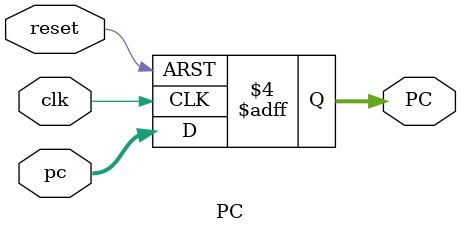
<source format=v>
module PC(
    input wire clk, reset,
    input wire [31:0] pc,
    
    output reg [31:0] PC
    );

initial begin
    PC = 0;
end

always @(posedge clk, posedge reset) begin
    if(reset == 1'b1) begin
        PC <= 0;
    end
    else begin
        PC <= pc;
    end
end

endmodule

</source>
